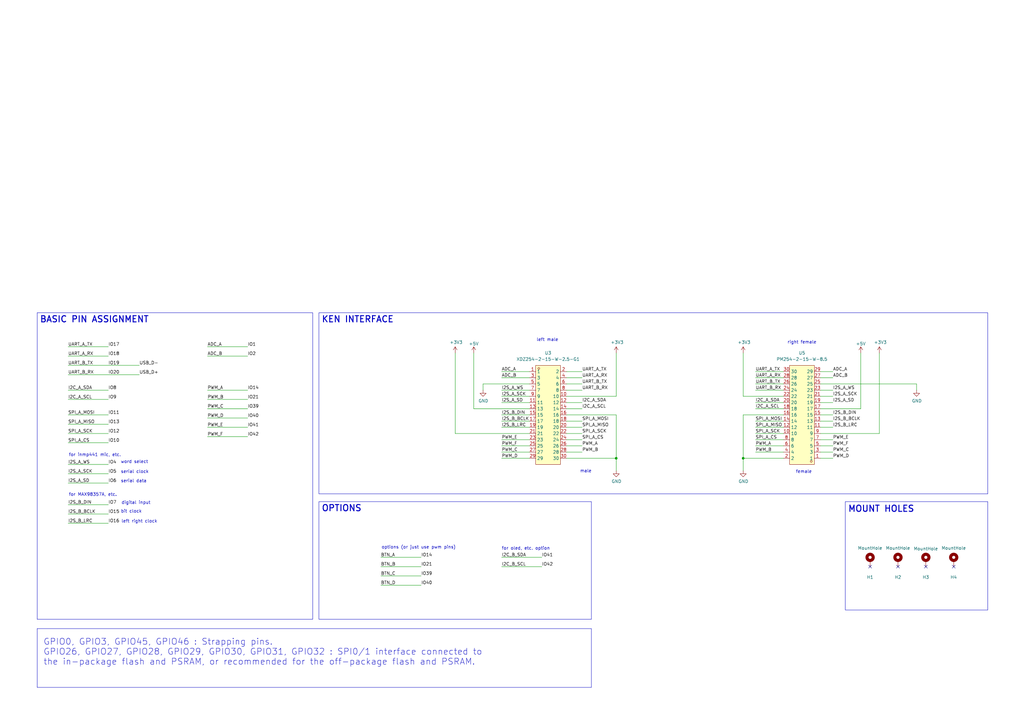
<source format=kicad_sch>
(kicad_sch (version 20250114) (generator "eeschema") (generator_version "9.0")
  (paper "A3")
  (title_block (title "SmartKnob View") (rev "${RELEASE_VERSION}") (company "Scott Bezek") (comment 2 "${COMMIT_DATE_LONG}") (comment 3 "${COMMIT_HASH}"))
  (lib_symbols
    (symbol "Mechanical:MountingHole_Pad" (pin_numbers (hide yes)) (pin_names (offset 1.016) (hide yes))
      (property "Reference" "H" (at 0 6.35 0))
      (property "Value" "MountingHole_Pad" (at 0 4.445 0))
      (symbol "MountingHole_Pad_0_1"
        (circle (center 0 1.27) (radius 1.27) (stroke (width 1.27)))
      )
      (symbol "MountingHole_Pad_1_1"
        (pin input line (at 0 -2.54 90) (length 2.54) (name "1") (number "1"))
      )
    )
    (symbol "PM254-2-15-W-8.5:PM254-2-15-W-8.5"
      (property "Reference" "U" (at 0 22.86 0))
      (property "Value" "PM254-2-15-W-8.5" (at 0 -22.86 0))
      (symbol "PM254-2-15-W-8.5_0_1"
        (rectangle (start -5.08 20.32) (end 5.08 -20.32) (fill (type background)))
        (circle (center -3.81 19.05) (radius 0.38))
        (pin unspecified line (at -7.62 17.78 0) (length 2.54) (name "1") (number "1"))
        (pin unspecified line (at -7.62 15.24 0) (length 2.54) (name "3") (number "3"))
        (pin unspecified line (at -7.62 12.7 0) (length 2.54) (name "5") (number "5"))
        (pin unspecified line (at -7.62 10.16 0) (length 2.54) (name "7") (number "7"))
        (pin unspecified line (at -7.62 7.62 0) (length 2.54) (name "9") (number "9"))
        (pin unspecified line (at -7.62 5.08 0) (length 2.54) (name "11") (number "11"))
        (pin unspecified line (at -7.62 2.54 0) (length 2.54) (name "13") (number "13"))
        (pin unspecified line (at -7.62 0 0) (length 2.54) (name "15") (number "15"))
        (pin unspecified line (at -7.62 -2.54 0) (length 2.54) (name "17") (number "17"))
        (pin unspecified line (at -7.62 -5.08 0) (length 2.54) (name "19") (number "19"))
        (pin unspecified line (at -7.62 -7.62 0) (length 2.54) (name "21") (number "21"))
        (pin unspecified line (at -7.62 -10.16 0) (length 2.54) (name "23") (number "23"))
        (pin unspecified line (at -7.62 -12.7 0) (length 2.54) (name "25") (number "25"))
        (pin unspecified line (at -7.62 -15.24 0) (length 2.54) (name "27") (number "27"))
        (pin unspecified line (at -7.62 -17.78 0) (length 2.54) (name "29") (number "29"))
        (pin unspecified line (at 7.62 17.78 180) (length 2.54) (name "2") (number "2"))
        (pin unspecified line (at 7.62 15.24 180) (length 2.54) (name "4") (number "4"))
        (pin unspecified line (at 7.62 12.7 180) (length 2.54) (name "6") (number "6"))
        (pin unspecified line (at 7.62 10.16 180) (length 2.54) (name "8") (number "8"))
        (pin unspecified line (at 7.62 7.62 180) (length 2.54) (name "10") (number "10"))
        (pin unspecified line (at 7.62 5.08 180) (length 2.54) (name "12") (number "12"))
        (pin unspecified line (at 7.62 2.54 180) (length 2.54) (name "14") (number "14"))
        (pin unspecified line (at 7.62 0 180) (length 2.54) (name "16") (number "16"))
        (pin unspecified line (at 7.62 -2.54 180) (length 2.54) (name "18") (number "18"))
        (pin unspecified line (at 7.62 -5.08 180) (length 2.54) (name "20") (number "20"))
        (pin unspecified line (at 7.62 -7.62 180) (length 2.54) (name "22") (number "22"))
        (pin unspecified line (at 7.62 -10.16 180) (length 2.54) (name "24") (number "24"))
        (pin unspecified line (at 7.62 -12.7 180) (length 2.54) (name "26") (number "26"))
        (pin unspecified line (at 7.62 -15.24 180) (length 2.54) (name "28") (number "28"))
        (pin unspecified line (at 7.62 -17.78 180) (length 2.54) (name "30") (number "30"))
      )
    )
    (symbol "XDZ254-2-15-W-2.5-G1:XDZ254-2-15-W-2.5-G1"
      (property "Reference" "U" (at 0 22.86 0))
      (property "Value" "XDZ254-2-15-W-2.5-G1" (at 0 -22.86 0))
      (symbol "XDZ254-2-15-W-2.5-G1_0_1"
        (rectangle (start -5.08 20.32) (end 5.08 -20.32) (fill (type background)))
        (circle (center -3.81 19.05) (radius 0.38))
        (pin unspecified line (at -7.62 17.78 0) (length 2.54) (name "1") (number "1"))
        (pin unspecified line (at -7.62 15.24 0) (length 2.54) (name "3") (number "3"))
        (pin unspecified line (at -7.62 12.7 0) (length 2.54) (name "5") (number "5"))
        (pin unspecified line (at -7.62 10.16 0) (length 2.54) (name "7") (number "7"))
        (pin unspecified line (at -7.62 7.62 0) (length 2.54) (name "9") (number "9"))
        (pin unspecified line (at -7.62 5.08 0) (length 2.54) (name "11") (number "11"))
        (pin unspecified line (at -7.62 2.54 0) (length 2.54) (name "13") (number "13"))
        (pin unspecified line (at -7.62 0 0) (length 2.54) (name "15") (number "15"))
        (pin unspecified line (at -7.62 -2.54 0) (length 2.54) (name "17") (number "17"))
        (pin unspecified line (at -7.62 -5.08 0) (length 2.54) (name "19") (number "19"))
        (pin unspecified line (at -7.62 -7.62 0) (length 2.54) (name "21") (number "21"))
        (pin unspecified line (at -7.62 -10.16 0) (length 2.54) (name "23") (number "23"))
        (pin unspecified line (at -7.62 -12.7 0) (length 2.54) (name "25") (number "25"))
        (pin unspecified line (at -7.62 -15.24 0) (length 2.54) (name "27") (number "27"))
        (pin unspecified line (at -7.62 -17.78 0) (length 2.54) (name "29") (number "29"))
        (pin unspecified line (at 7.62 17.78 180) (length 2.54) (name "2") (number "2"))
        (pin unspecified line (at 7.62 15.24 180) (length 2.54) (name "4") (number "4"))
        (pin unspecified line (at 7.62 12.7 180) (length 2.54) (name "6") (number "6"))
        (pin unspecified line (at 7.62 10.16 180) (length 2.54) (name "8") (number "8"))
        (pin unspecified line (at 7.62 7.62 180) (length 2.54) (name "10") (number "10"))
        (pin unspecified line (at 7.62 5.08 180) (length 2.54) (name "12") (number "12"))
        (pin unspecified line (at 7.62 2.54 180) (length 2.54) (name "14") (number "14"))
        (pin unspecified line (at 7.62 0 180) (length 2.54) (name "16") (number "16"))
        (pin unspecified line (at 7.62 -2.54 180) (length 2.54) (name "18") (number "18"))
        (pin unspecified line (at 7.62 -5.08 180) (length 2.54) (name "20") (number "20"))
        (pin unspecified line (at 7.62 -7.62 180) (length 2.54) (name "22") (number "22"))
        (pin unspecified line (at 7.62 -10.16 180) (length 2.54) (name "24") (number "24"))
        (pin unspecified line (at 7.62 -12.7 180) (length 2.54) (name "26") (number "26"))
        (pin unspecified line (at 7.62 -15.24 180) (length 2.54) (name "28") (number "28"))
        (pin unspecified line (at 7.62 -17.78 180) (length 2.54) (name "30") (number "30"))
      )
    )
    (symbol "power:+3.3V" (power) (pin_names (offset 0))
      (property "Value" "+3.3V" (at 0 3.556 0))
      (symbol "+3.3V_0_1"
        (polyline (pts (xy -0.762 1.27) (xy 0 2.54)))
        (polyline (pts (xy 0 2.54) (xy 0.762 1.27)))
        (polyline (pts (xy 0 0) (xy 0 2.54)))
      )
      (symbol "+3.3V_1_1"
        (pin power_in line (at 0 0 90) (length 0) (hide yes) (name "+3V3") (number "1"))
      )
    )
    (symbol "power:+5V" (power) (pin_names (offset 0))
      (property "Value" "+5V" (at 0 3.556 0))
      (symbol "+5V_0_1"
        (polyline (pts (xy -0.762 1.27) (xy 0 2.54)))
        (polyline (pts (xy 0 2.54) (xy 0.762 1.27)))
        (polyline (pts (xy 0 0) (xy 0 2.54)))
      )
      (symbol "+5V_1_1"
        (pin power_in line (at 0 0 90) (length 0) (hide yes) (name "+5V") (number "1"))
      )
    )
    (symbol "power:GND" (power) (pin_names (offset 0))
      (property "Value" "GND" (at 0 -3.81 0))
      (symbol "GND_0_1"
        (polyline (pts (xy 0 0) (xy 0 -1.27) (xy 1.27 -1.27) (xy 0 -2.54) (xy -1.27 -1.27) (xy 0 -1.27)))
      )
      (symbol "GND_1_1"
        (pin power_in line (at 0 0 270) (length 0) (hide yes) (name "GND") (number "1"))
      )
    )
  )
  (rectangle (start 346.71 205.74) (end 405.13 250.19))
  (rectangle (start 15.24 257.81) (end 242.57 281.94))
  (rectangle (start 130.81 128.27) (end 405.13 202.565))
  (rectangle (start 130.81 205.74) (end 242.57 254))
  (rectangle (start 15.24 128.27) (end 128.27 254))
  (text "for MAX98357A, etc." (at 28.194 202.946 0) (effects (font (size 1.27 1.27)) (justify left)))
  (text "KEN INTERFACE" (at 131.826 132.588 0) (effects (font (size 2.54 2.54) (thickness 0.4013) (bold yes)) (justify left bottom)))
  (text "GPIO0, GPIO3, GPIO45, GPIO46 : Strapping pins.\nGPIO26, GPIO27, GPIO28, GPIO29, GPIO30, GPIO31, GPIO32 : SPI0/1 interface connected to\nthe in-package flash and PSRAM, or recommended for the off-package flash and PSRAM." (at 17.78 261.874 0) (effects (font (size 2.54 2.54)) (justify left top)))
  (text "MOUNT HOLES" (at 347.726 210.312 0) (effects (font (size 2.54 2.54) (thickness 0.4013) (bold yes)) (justify left bottom)))
  (text "right female" (at 328.93 140.462 0) (effects (font (size 1.27 1.27))))
  (text "female" (at 329.692 193.548 0) (effects (font (size 1.27 1.27))))
  (text "word select" (at 49.53 190.246 0) (effects (font (size 1.27 1.27)) (justify left bottom)))
  (text "BASIC PIN ASSIGNMENT" (at 16.256 132.588 0) (effects (font (size 2.54 2.54) (thickness 0.4013) (bold yes)) (justify left bottom)))
  (text "male" (at 240.284 193.294 0) (effects (font (size 1.27 1.27))))
  (text "serial clock" (at 49.53 194.31 0) (effects (font (size 1.27 1.27)) (justify left bottom)))
  (text "left right clock" (at 49.784 214.63 0) (effects (font (size 1.27 1.27)) (justify left bottom)))
  (text "bit clock" (at 49.53 210.566 0) (effects (font (size 1.27 1.27)) (justify left bottom)))
  (text "left male" (at 224.536 139.446 0) (effects (font (size 1.27 1.27))))
  (text "OPTIONS" (at 131.826 210.058 0) (effects (font (size 2.54 2.54) (thickness 0.4013) (bold yes)) (justify left bottom)))
  (text "options (or just use pwm pins)" (at 156.464 225.298 0) (effects (font (size 1.27 1.27)) (justify left bottom)))
  (text "digital input" (at 49.784 207.01 0) (effects (font (size 1.27 1.27)) (justify left bottom)))
  (text "serial data" (at 49.53 198.12 0) (effects (font (size 1.27 1.27)) (justify left bottom)))
  (text "for oled, etc. option" (at 205.74 224.282 0) (effects (font (size 1.27 1.27)) (justify left top)))
  (text "for inmp441 mic, etc." (at 28.194 185.928 0) (effects (font (size 1.27 1.27)) (justify left top)))
  (junction (at 252.73 187.96))
  (junction (at 304.8 187.96))
  (no_connect (at 368.3 232.41))
  (no_connect (at 356.87 232.41))
  (no_connect (at 391.16 232.41))
  (no_connect (at 379.73 232.41))
  (wire (pts (xy 252.73 170.18) (xy 232.41 170.18)))
  (wire (pts (xy 252.73 187.96) (xy 252.73 193.04)))
  (wire (pts (xy 186.69 144.78) (xy 186.69 177.8)))
  (wire (pts (xy 27.94 149.86) (xy 57.15 149.86)))
  (wire (pts (xy 156.21 240.03) (xy 172.72 240.03)))
  (wire (pts (xy 27.94 181.61) (xy 44.45 181.61)))
  (wire (pts (xy 217.17 162.56) (xy 205.74 162.56)))
  (wire (pts (xy 238.76 177.8) (xy 232.41 177.8)))
  (wire (pts (xy 309.88 177.8) (xy 321.31 177.8)))
  (wire (pts (xy 198.12 157.48) (xy 198.12 160.02)))
  (wire (pts (xy 309.88 180.34) (xy 321.31 180.34)))
  (wire (pts (xy 217.17 187.96) (xy 205.74 187.96)))
  (wire (pts (xy 336.55 170.18) (xy 341.63 170.18)))
  (wire (pts (xy 238.76 172.72) (xy 232.41 172.72)))
  (wire (pts (xy 217.17 182.88) (xy 205.74 182.88)))
  (wire (pts (xy 27.94 146.05) (xy 44.45 146.05)))
  (wire (pts (xy 336.55 185.42) (xy 341.63 185.42)))
  (wire (pts (xy 85.09 167.64) (xy 101.6 167.64)))
  (wire (pts (xy 321.31 187.96) (xy 304.8 187.96)))
  (wire (pts (xy 309.88 157.48) (xy 321.31 157.48)))
  (wire (pts (xy 309.88 182.88) (xy 321.31 182.88)))
  (wire (pts (xy 304.8 187.96) (xy 304.8 193.04)))
  (wire (pts (xy 85.09 160.02) (xy 101.6 160.02)))
  (wire (pts (xy 304.8 162.56) (xy 321.31 162.56)))
  (wire (pts (xy 336.55 157.48) (xy 375.92 157.48)))
  (wire (pts (xy 217.17 157.48) (xy 198.12 157.48)))
  (wire (pts (xy 217.17 160.02) (xy 205.74 160.02)))
  (wire (pts (xy 309.88 154.94) (xy 321.31 154.94)))
  (wire (pts (xy 309.88 172.72) (xy 321.31 172.72)))
  (wire (pts (xy 27.94 170.18) (xy 44.45 170.18)))
  (wire (pts (xy 336.55 162.56) (xy 341.63 162.56)))
  (wire (pts (xy 238.76 165.1) (xy 232.41 165.1)))
  (wire (pts (xy 309.88 185.42) (xy 321.31 185.42)))
  (wire (pts (xy 156.21 236.22) (xy 172.72 236.22)))
  (wire (pts (xy 238.76 167.64) (xy 232.41 167.64)))
  (wire (pts (xy 360.68 177.8) (xy 336.55 177.8)))
  (wire (pts (xy 336.55 165.1) (xy 341.63 165.1)))
  (wire (pts (xy 336.55 160.02) (xy 341.63 160.02)))
  (wire (pts (xy 194.31 144.78) (xy 194.31 167.64)))
  (wire (pts (xy 238.76 160.02) (xy 232.41 160.02)))
  (wire (pts (xy 217.17 175.26) (xy 205.74 175.26)))
  (wire (pts (xy 27.94 173.99) (xy 44.45 173.99)))
  (wire (pts (xy 336.55 172.72) (xy 341.63 172.72)))
  (wire (pts (xy 205.74 228.6) (xy 222.25 228.6)))
  (wire (pts (xy 309.88 167.64) (xy 321.31 167.64)))
  (wire (pts (xy 217.17 154.94) (xy 205.74 154.94)))
  (wire (pts (xy 353.06 167.64) (xy 336.55 167.64)))
  (wire (pts (xy 217.17 165.1) (xy 205.74 165.1)))
  (wire (pts (xy 309.88 175.26) (xy 321.31 175.26)))
  (wire (pts (xy 309.88 160.02) (xy 321.31 160.02)))
  (wire (pts (xy 44.45 163.83) (xy 27.94 163.83)))
  (wire (pts (xy 336.55 187.96) (xy 341.63 187.96)))
  (wire (pts (xy 217.17 172.72) (xy 205.74 172.72)))
  (wire (pts (xy 252.73 144.78) (xy 252.73 162.56)))
  (wire (pts (xy 217.17 152.4) (xy 205.74 152.4)))
  (wire (pts (xy 238.76 182.88) (xy 232.41 182.88)))
  (wire (pts (xy 27.94 207.01) (xy 44.45 207.01)))
  (wire (pts (xy 27.94 210.82) (xy 44.45 210.82)))
  (wire (pts (xy 85.09 179.07) (xy 101.6 179.07)))
  (wire (pts (xy 252.73 170.18) (xy 252.73 187.96)))
  (wire (pts (xy 252.73 187.96) (xy 232.41 187.96)))
  (wire (pts (xy 85.09 163.83) (xy 101.6 163.83)))
  (wire (pts (xy 27.94 190.5) (xy 44.45 190.5)))
  (wire (pts (xy 238.76 154.94) (xy 232.41 154.94)))
  (wire (pts (xy 217.17 185.42) (xy 205.74 185.42)))
  (wire (pts (xy 336.55 152.4) (xy 341.63 152.4)))
  (wire (pts (xy 85.09 175.26) (xy 101.6 175.26)))
  (wire (pts (xy 27.94 198.12) (xy 44.45 198.12)))
  (wire (pts (xy 85.09 146.05) (xy 101.6 146.05)))
  (wire (pts (xy 238.76 152.4) (xy 232.41 152.4)))
  (wire (pts (xy 205.74 232.41) (xy 222.25 232.41)))
  (wire (pts (xy 309.88 152.4) (xy 321.31 152.4)))
  (wire (pts (xy 238.76 175.26) (xy 232.41 175.26)))
  (wire (pts (xy 238.76 185.42) (xy 232.41 185.42)))
  (wire (pts (xy 238.76 180.34) (xy 232.41 180.34)))
  (wire (pts (xy 353.06 144.78) (xy 353.06 167.64)))
  (wire (pts (xy 321.31 170.18) (xy 304.8 170.18)))
  (wire (pts (xy 375.92 157.48) (xy 375.92 160.02)))
  (wire (pts (xy 336.55 182.88) (xy 341.63 182.88)))
  (wire (pts (xy 360.68 144.78) (xy 360.68 177.8)))
  (wire (pts (xy 27.94 160.02) (xy 44.45 160.02)))
  (wire (pts (xy 309.88 165.1) (xy 321.31 165.1)))
  (wire (pts (xy 304.8 144.78) (xy 304.8 162.56)))
  (wire (pts (xy 238.76 157.48) (xy 232.41 157.48)))
  (wire (pts (xy 27.94 142.24) (xy 44.45 142.24)))
  (wire (pts (xy 27.94 194.31) (xy 44.45 194.31)))
  (wire (pts (xy 85.09 142.24) (xy 101.6 142.24)))
  (wire (pts (xy 304.8 170.18) (xy 304.8 187.96)))
  (wire (pts (xy 156.21 228.6) (xy 172.72 228.6)))
  (wire (pts (xy 186.69 177.8) (xy 217.17 177.8)))
  (wire (pts (xy 194.31 167.64) (xy 217.17 167.64)))
  (wire (pts (xy 336.55 154.94) (xy 341.63 154.94)))
  (wire (pts (xy 336.55 175.26) (xy 341.63 175.26)))
  (wire (pts (xy 85.09 171.45) (xy 101.6 171.45)))
  (wire (pts (xy 217.17 170.18) (xy 205.74 170.18)))
  (wire (pts (xy 27.94 214.63) (xy 44.45 214.63)))
  (wire (pts (xy 252.73 162.56) (xy 232.41 162.56)))
  (wire (pts (xy 217.17 180.34) (xy 205.74 180.34)))
  (wire (pts (xy 336.55 180.34) (xy 341.63 180.34)))
  (wire (pts (xy 156.21 232.41) (xy 172.72 232.41)))
  (wire (pts (xy 27.94 177.8) (xy 44.45 177.8)))
  (wire (pts (xy 27.94 153.67) (xy 57.15 153.67)))
  (label "UART_B_RX" (at 238.76 160.02 0))
  (label "PWM_E" (at 205.74 180.34 0))
  (label "I2S_A_WS" (at 27.94 190.5 0))
  (label "ADC_B" (at 85.09 146.05 0))
  (label "BTN_A" (at 156.21 228.6 0))
  (label "UART_B_TX" (at 309.88 157.48 0))
  (label "BTN_D" (at 156.21 240.03 0))
  (label "IO40" (at 101.6 171.45 0))
  (label "IO41" (at 101.6 175.26 0))
  (label "SPI_A_MOSI" (at 238.76 172.72 0))
  (label "PWM_D" (at 85.09 171.45 0))
  (label "IO1" (at 101.6 142.24 0))
  (label "I2S_A_SD" (at 27.94 198.12 0))
  (label "UART_B_RX" (at 27.94 153.67 0))
  (label "ADC_A" (at 205.74 152.4 0))
  (label "UART_A_RX" (at 27.94 146.05 0))
  (label "IO39" (at 101.6 167.64 0))
  (label "I2S_B_LRC" (at 27.94 214.63 0))
  (label "PWM_A" (at 85.09 160.02 0))
  (label "PWM_F" (at 85.09 179.07 0))
  (label "I2S_B_LRC" (at 205.74 175.26 0))
  (label "I2S_A_SCK" (at 341.63 162.56 0))
  (label "UART_B_TX" (at 238.76 157.48 0))
  (label "PWM_F" (at 341.63 182.88 0))
  (label "I2S_A_SCK" (at 27.94 194.31 0))
  (label "UART_A_TX" (at 309.88 152.4 0))
  (label "SPI_A_SCK" (at 309.88 177.8 0))
  (label "UART_A_RX" (at 238.76 154.94 0))
  (label "PWM_E" (at 341.63 180.34 0))
  (label "I2S_B_DIN" (at 27.94 207.01 0))
  (label "IO10" (at 44.45 181.61 0))
  (label "PWM_C" (at 341.63 185.42 0))
  (label "ADC_B" (at 341.63 154.94 0))
  (label "IO16" (at 44.45 214.63 0))
  (label "I2S_A_WS" (at 341.63 160.02 0))
  (label "I2C_A_SDA" (at 309.88 165.1 0))
  (label "PWM_A" (at 309.88 182.88 0))
  (label "PWM_C" (at 85.09 167.64 0))
  (label "IO13" (at 44.45 173.99 0))
  (label "SPI_A_CS" (at 27.94 181.61 0))
  (label "PWM_B" (at 238.76 185.42 0))
  (label "I2S_A_SD" (at 205.74 165.1 0))
  (label "IO5" (at 44.45 194.31 0))
  (label "ADC_B" (at 205.74 154.94 0))
  (label "I2S_A_WS" (at 205.74 160.02 0))
  (label "IO20" (at 44.45 153.67 0))
  (label "IO8" (at 44.45 160.02 0))
  (label "SPI_A_MISO" (at 238.76 175.26 0))
  (label "IO6" (at 44.45 198.12 0))
  (label "I2S_B_BCLK" (at 341.63 172.72 0))
  (label "PWM_C" (at 205.74 185.42 0))
  (label "I2S_B_BCLK" (at 205.74 172.72 0))
  (label "SPI_A_SCK" (at 27.94 177.8 0))
  (label "I2S_A_SCK" (at 205.74 162.56 0))
  (label "USB_D-" (at 57.15 149.86 0))
  (label "PWM_D" (at 341.63 187.96 0))
  (label "IO7" (at 44.45 207.01 0))
  (label "PWM_B" (at 85.09 163.83 0))
  (label "BTN_C" (at 156.21 236.22 0))
  (label "IO39" (at 172.72 236.22 0))
  (label "I2S_B_DIN" (at 341.63 170.18 0))
  (label "UART_B_TX" (at 27.94 149.86 0))
  (label "SPI_A_MISO" (at 27.94 173.99 0))
  (label "I2C_A_SCL" (at 309.88 167.64 0))
  (label "IO9" (at 44.45 163.83 0))
  (label "PWM_E" (at 85.09 175.26 0))
  (label "PWM_D" (at 205.74 187.96 0))
  (label "IO18" (at 44.45 146.05 0))
  (label "IO11" (at 44.45 170.18 0))
  (label "I2C_B_SCL" (at 205.74 232.41 0))
  (label "I2S_B_BCLK" (at 27.94 210.82 0))
  (label "I2C_A_SDA" (at 27.94 160.02 0))
  (label "SPI_A_SCK" (at 238.76 177.8 0))
  (label "SPI_A_MOSI" (at 27.94 170.18 0))
  (label "SPI_A_CS" (at 238.76 180.34 0))
  (label "I2S_B_LRC" (at 341.63 175.26 0))
  (label "IO41" (at 222.25 228.6 0))
  (label "SPI_A_MISO" (at 309.88 175.26 0))
  (label "IO15" (at 44.45 210.82 0))
  (label "I2C_A_SCL" (at 238.76 167.64 0))
  (label "SPI_A_CS" (at 309.88 180.34 0))
  (label "UART_A_RX" (at 309.88 154.94 0))
  (label "PWM_B" (at 309.88 185.42 0))
  (label "IO12" (at 44.45 177.8 0))
  (label "UART_B_RX" (at 309.88 160.02 0))
  (label "I2S_A_SD" (at 341.63 165.1 0))
  (label "USB_D+" (at 57.15 153.67 0))
  (label "PWM_A" (at 238.76 182.88 0))
  (label "ADC_A" (at 341.63 152.4 0))
  (label "BTN_B" (at 156.21 232.41 0))
  (label "IO4" (at 44.45 190.5 0))
  (label "IO42" (at 101.6 179.07 0))
  (label "I2C_A_SCL" (at 27.94 163.83 0))
  (label "ADC_A" (at 85.09 142.24 0))
  (label "I2C_A_SDA" (at 238.76 165.1 0))
  (label "PWM_F" (at 205.74 182.88 0))
  (label "IO14" (at 172.72 228.6 0))
  (label "SPI_A_MOSI" (at 309.88 172.72 0))
  (label "I2S_B_DIN" (at 205.74 170.18 0))
  (label "IO2" (at 101.6 146.05 0))
  (label "IO14" (at 101.6 160.02 0))
  (label "IO19" (at 44.45 149.86 0))
  (label "IO21" (at 172.72 232.41 0))
  (label "UART_A_TX" (at 27.94 142.24 0))
  (label "IO21" (at 101.6 163.83 0))
  (label "IO42" (at 222.25 232.41 0))
  (label "IO40" (at 172.72 240.03 0))
  (label "UART_A_TX" (at 238.76 152.4 0))
  (label "IO17" (at 44.45 142.24 0))
  (label "I2C_B_SDA" (at 205.74 228.6 0))
  (symbol (lib_id "Mechanical:MountingHole_Pad") (at 356.87 229.87 0) (unit 1)
    (property "Reference" "H1" (at 356.87 236.728 0))
    (property "Value" "MountHole" (at 356.87 224.79 0))
    (property "Footprint" "MountingHole:MountingHole_3.2mm_M3_DIN965_Pad" (effects (hide yes)))
    (property "Note" "Screw: M2x5 (pan/round); Nut: M2 hex. LCSC min qty 50 (but still very cheap)" (effects (hide yes)))
    (property "LCSC" "C2911210 or C2911532 (screw), C2961595 (nut)" (effects (hide yes)))
  )
  (symbol (lib_id "Mechanical:MountingHole_Pad") (at 368.3 229.87 0) (unit 1)
    (property "Reference" "H2" (at 368.3 236.728 0))
    (property "Value" "MountHole" (at 368.3 224.79 0))
    (property "Footprint" "MountingHole:MountingHole_3.2mm_M3_DIN965_Pad" (effects (hide yes)))
    (property "Note" "Screw: M2x5 (pan/round); Nut: M2 hex. LCSC min qty 50 (but still very cheap)" (effects (hide yes)))
    (property "LCSC" "C2911210 or C2911532 (screw), C2961595 (nut)" (effects (hide yes)))
  )
  (symbol (lib_id "Mechanical:MountingHole_Pad") (at 379.73 229.87 0) (unit 1)
    (property "Reference" "H3" (at 379.73 236.728 0))
    (property "Value" "MountHole" (at 379.73 225.044 0))
    (property "Footprint" "MountingHole:MountingHole_3.2mm_M3_DIN965_Pad" (effects (hide yes)))
    (property "Note" "Screw: M2x5 (pan/round); Nut: M2 hex. LCSC min qty 50 (but still very cheap)" (effects (hide yes)))
    (property "LCSC" "C2911210 or C2911532 (screw), C2961595 (nut)" (effects (hide yes)))
  )
  (symbol (lib_id "Mechanical:MountingHole_Pad") (at 391.16 229.87 0) (unit 1)
    (property "Reference" "H4" (at 391.16 236.728 0))
    (property "Value" "MountHole" (at 391.16 224.79 0))
    (property "Footprint" "MountingHole:MountingHole_3.2mm_M3_DIN965_Pad" (effects (hide yes)))
    (property "Note" "Screw: M2x5 (pan/round); Nut: M2 hex. LCSC min qty 50 (but still very cheap)" (effects (hide yes)))
    (property "LCSC" "C2911210 or C2911532 (screw), C2961595 (nut)" (effects (hide yes)))
  )
  (symbol (lib_id "XDZ254-2-15-W-2.5-G1:XDZ254-2-15-W-2.5-G1") (at 224.79 170.18 0) (unit 1)
    (property "Reference" "U3" (at 224.79 144.78 0))
    (property "Value" "XDZ254-2-15-W-2.5-G1" (at 224.79 147.32 0))
    (property "Footprint" "XDZ254-2-15-W-2.5-G1:HDR-TH_30P-P2.54-H-M-R2-C15-S2.54-N" (effects (hide yes)))
    (property "LCSC Part" "C18905913" (effects (hide yes)))
  )
  (symbol (lib_id "power:+3.3V") (at 304.8 144.78 0) (unit 1)
    (property "Reference" "#PWR016" (effects (hide yes)))
    (property "Value" "+3V3" (at 305.181 140.3858 0))
  )
  (symbol (lib_id "power:GND") (at 198.12 160.02 0) (unit 1)
    (property "Reference" "#PWR024" (effects (hide yes)))
    (property "Value" "GND" (at 198.247 164.4142 0))
  )
  (symbol (lib_id "PM254-2-15-W-8.5:PM254-2-15-W-8.5") (at 328.93 170.18 180) (unit 1)
    (property "Reference" "U5" (at 328.93 144.78 0))
    (property "Value" "PM254-2-15-W-8.5" (at 328.93 147.32 0))
    (property "Footprint" "PM254-2-15-W-8.5:HDR-TH_30P-P2.54-H-F-R2-C15-W8.5" (effects (hide yes)))
    (property "LCSC Part" "C2897435" (effects (hide yes)))
  )
  (symbol (lib_id "power:+5V") (at 194.31 144.78 0) (unit 1)
    (property "Reference" "#PWR022" (effects (hide yes)))
    (property "Value" "+5V" (at 194.31 140.97 0))
  )
  (symbol (lib_id "power:+3.3V") (at 360.68 144.78 0) (unit 1)
    (property "Reference" "#PWR018" (effects (hide yes)))
    (property "Value" "+3V3" (at 361.061 140.3858 0))
  )
  (symbol (lib_id "power:+3.3V") (at 252.73 144.78 0) (unit 1)
    (property "Reference" "#PWR020" (effects (hide yes)))
    (property "Value" "+3V3" (at 253.111 140.3858 0))
  )
  (symbol (lib_id "power:GND") (at 375.92 160.02 0) (unit 1)
    (property "Reference" "#PWR017" (effects (hide yes)))
    (property "Value" "GND" (at 376.047 164.4142 0))
  )
  (symbol (lib_id "power:GND") (at 304.8 193.04 0) (unit 1)
    (property "Reference" "#PWR015" (effects (hide yes)))
    (property "Value" "GND" (at 304.927 197.4342 0))
  )
  (symbol (lib_id "power:+3.3V") (at 186.69 144.78 0) (unit 1)
    (property "Reference" "#PWR023" (effects (hide yes)))
    (property "Value" "+3V3" (at 187.071 140.3858 0))
  )
  (symbol (lib_id "power:GND") (at 252.73 193.04 0) (unit 1)
    (property "Reference" "#PWR021" (effects (hide yes)))
    (property "Value" "GND" (at 252.857 197.4342 0))
  )
  (symbol (lib_id "power:+5V") (at 353.06 144.78 0) (unit 1)
    (property "Reference" "#PWR019" (effects (hide yes)))
    (property "Value" "+5V" (at 353.06 140.97 0))
  )
)
</source>
